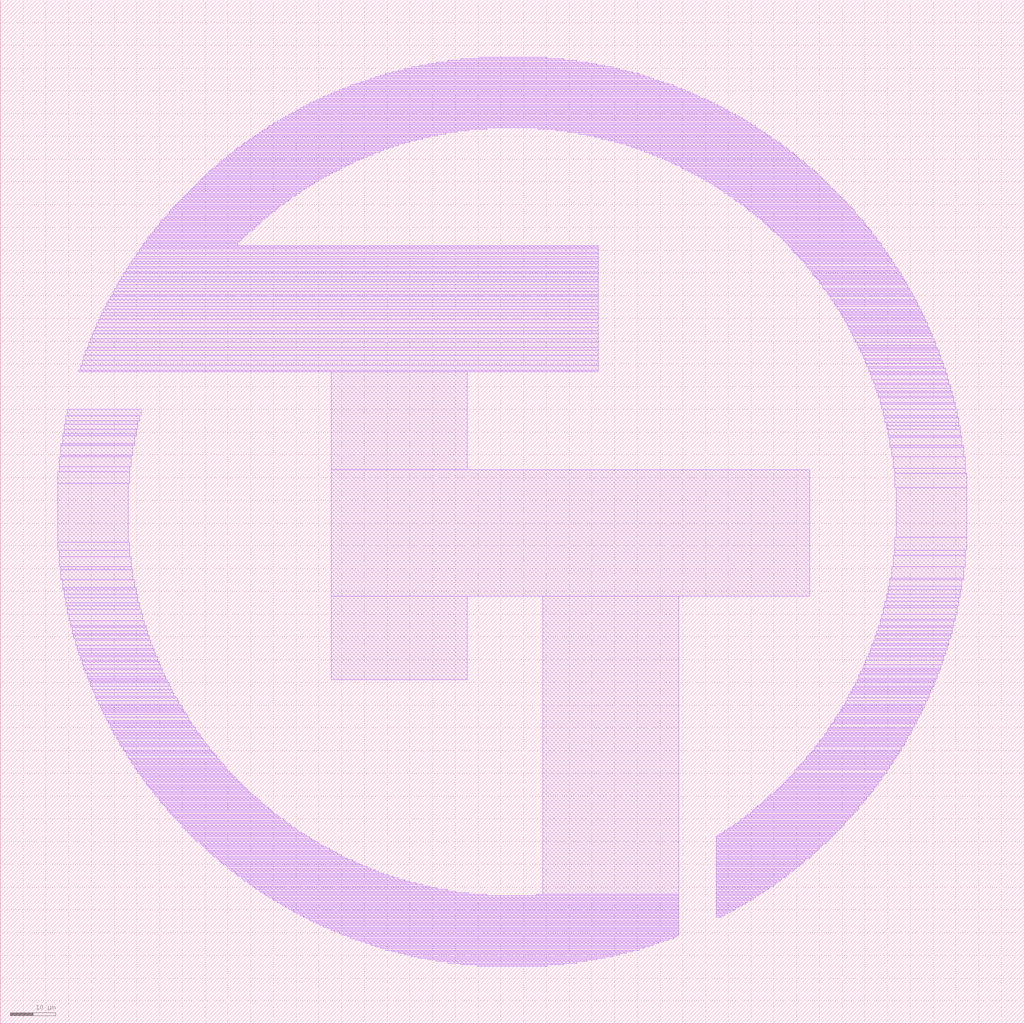
<source format=lef>
VERSION 5.7 ;
  NOWIREEXTENSIONATPIN ON ;
  DIVIDERCHAR "/" ;
  BUSBITCHARS "[]" ;
MACRO tt_logo
  CLASS BLOCK ;
  FOREIGN tt_logo ;
  ORIGIN 0.000 0.000 ;
  SIZE 225.000 BY 225.000 ;
  OBS
      LAYER Metal5 ;
        RECT 105.120 212.040 120.240 212.400 ;
        RECT 101.160 211.680 123.840 212.040 ;
        RECT 98.280 211.320 126.720 211.680 ;
        RECT 95.760 210.960 129.240 211.320 ;
        RECT 93.960 210.600 131.040 210.960 ;
        RECT 92.160 210.240 132.840 210.600 ;
        RECT 90.360 209.880 134.640 210.240 ;
        RECT 88.920 209.520 136.080 209.880 ;
        RECT 87.480 209.160 137.520 209.520 ;
        RECT 86.040 208.800 138.960 209.160 ;
        RECT 84.600 208.440 140.400 208.800 ;
        RECT 83.520 208.080 141.480 208.440 ;
        RECT 82.440 207.720 142.560 208.080 ;
        RECT 81.360 207.360 143.640 207.720 ;
        RECT 80.280 207.000 144.720 207.360 ;
        RECT 79.200 206.640 145.800 207.000 ;
        RECT 78.120 206.280 146.880 206.640 ;
        RECT 77.040 205.920 147.960 206.280 ;
        RECT 76.320 205.560 148.680 205.920 ;
        RECT 75.240 205.200 149.760 205.560 ;
        RECT 74.520 204.840 150.480 205.200 ;
        RECT 73.440 204.480 151.560 204.840 ;
        RECT 72.720 204.120 152.280 204.480 ;
        RECT 72.000 203.760 153.000 204.120 ;
        RECT 70.920 203.400 153.720 203.760 ;
        RECT 70.200 203.040 154.800 203.400 ;
        RECT 69.480 202.680 155.520 203.040 ;
        RECT 68.760 202.320 156.240 202.680 ;
        RECT 68.040 201.960 156.960 202.320 ;
        RECT 67.320 201.600 157.680 201.960 ;
        RECT 66.600 201.240 158.400 201.600 ;
        RECT 65.880 200.880 159.120 201.240 ;
        RECT 65.160 200.520 159.840 200.880 ;
        RECT 64.800 200.160 160.200 200.520 ;
        RECT 64.080 199.800 160.920 200.160 ;
        RECT 63.360 199.440 161.640 199.800 ;
        RECT 62.640 199.080 162.360 199.440 ;
        RECT 61.920 198.720 163.080 199.080 ;
        RECT 61.560 198.360 163.440 198.720 ;
        RECT 60.840 198.000 164.160 198.360 ;
        RECT 60.120 197.640 164.880 198.000 ;
        RECT 59.760 197.280 165.240 197.640 ;
        RECT 59.040 196.920 165.960 197.280 ;
        RECT 58.680 196.560 106.920 196.920 ;
        RECT 118.080 196.560 166.320 196.920 ;
        RECT 57.960 196.200 102.960 196.560 ;
        RECT 122.040 196.200 167.040 196.560 ;
        RECT 57.600 195.840 100.440 196.200 ;
        RECT 124.560 195.840 167.400 196.200 ;
        RECT 56.880 195.480 97.920 195.840 ;
        RECT 127.080 195.480 168.120 195.840 ;
        RECT 56.520 195.120 96.120 195.480 ;
        RECT 128.880 195.120 168.480 195.480 ;
        RECT 55.800 194.760 94.320 195.120 ;
        RECT 130.680 194.760 169.200 195.120 ;
        RECT 55.440 194.400 92.880 194.760 ;
        RECT 132.120 194.400 169.560 194.760 ;
        RECT 54.720 194.040 91.440 194.400 ;
        RECT 133.560 194.040 170.280 194.400 ;
        RECT 54.360 193.680 90.000 194.040 ;
        RECT 135.000 193.680 170.640 194.040 ;
        RECT 53.640 193.320 88.920 193.680 ;
        RECT 136.080 193.320 171.360 193.680 ;
        RECT 53.280 192.960 87.480 193.320 ;
        RECT 137.520 192.960 171.720 193.320 ;
        RECT 52.920 192.600 86.400 192.960 ;
        RECT 138.600 192.600 172.080 192.960 ;
        RECT 52.200 192.240 85.320 192.600 ;
        RECT 139.680 192.240 172.800 192.600 ;
        RECT 51.840 191.880 84.240 192.240 ;
        RECT 140.760 191.880 173.160 192.240 ;
        RECT 51.480 191.520 83.520 191.880 ;
        RECT 141.480 191.520 173.520 191.880 ;
        RECT 51.120 191.160 82.440 191.520 ;
        RECT 142.560 191.160 174.240 191.520 ;
        RECT 50.400 190.800 81.720 191.160 ;
        RECT 143.280 190.800 174.600 191.160 ;
        RECT 50.040 190.440 80.640 190.800 ;
        RECT 144.360 190.440 174.960 190.800 ;
        RECT 49.680 190.080 79.920 190.440 ;
        RECT 145.440 190.080 175.320 190.440 ;
        RECT 48.960 189.720 78.840 190.080 ;
        RECT 146.160 189.720 175.680 190.080 ;
        RECT 48.600 189.360 78.120 189.720 ;
        RECT 146.880 189.360 176.400 189.720 ;
        RECT 48.240 189.000 77.400 189.360 ;
        RECT 147.600 189.000 176.760 189.360 ;
        RECT 47.880 188.640 76.680 189.000 ;
        RECT 148.320 188.640 177.120 189.000 ;
        RECT 47.520 188.280 75.960 188.640 ;
        RECT 149.400 188.280 177.480 188.640 ;
        RECT 47.160 187.920 74.880 188.280 ;
        RECT 149.760 187.920 177.840 188.280 ;
        RECT 46.440 187.560 74.520 187.920 ;
        RECT 150.480 187.560 178.560 187.920 ;
        RECT 46.080 187.200 73.800 187.560 ;
        RECT 151.200 187.200 178.920 187.560 ;
        RECT 45.720 186.840 73.080 187.200 ;
        RECT 151.920 186.840 179.280 187.200 ;
        RECT 45.360 186.480 72.360 186.840 ;
        RECT 152.640 186.480 179.640 186.840 ;
        RECT 45.000 186.120 71.640 186.480 ;
        RECT 153.360 186.120 180.000 186.480 ;
        RECT 44.640 185.760 70.920 186.120 ;
        RECT 154.080 185.760 180.360 186.120 ;
        RECT 44.280 185.400 70.560 185.760 ;
        RECT 154.440 185.400 180.720 185.760 ;
        RECT 43.920 185.040 69.840 185.400 ;
        RECT 155.160 185.040 181.080 185.400 ;
        RECT 43.560 184.680 69.120 185.040 ;
        RECT 155.880 184.680 181.440 185.040 ;
        RECT 43.200 184.320 68.760 184.680 ;
        RECT 156.600 184.320 181.800 184.680 ;
        RECT 42.840 183.960 68.040 184.320 ;
        RECT 156.960 183.960 182.160 184.320 ;
        RECT 42.480 183.600 67.320 183.960 ;
        RECT 157.680 183.600 182.520 183.960 ;
        RECT 42.120 183.240 66.960 183.600 ;
        RECT 158.040 183.240 182.880 183.600 ;
        RECT 41.760 182.880 66.240 183.240 ;
        RECT 158.760 182.880 183.240 183.240 ;
        RECT 41.400 182.520 65.880 182.880 ;
        RECT 159.120 182.520 183.600 182.880 ;
        RECT 41.040 182.160 65.160 182.520 ;
        RECT 159.840 182.160 183.960 182.520 ;
        RECT 40.680 181.800 64.800 182.160 ;
        RECT 160.200 181.800 184.320 182.160 ;
        RECT 40.320 181.440 64.080 181.800 ;
        RECT 160.920 181.440 184.680 181.800 ;
        RECT 39.960 181.080 63.720 181.440 ;
        RECT 161.280 181.080 185.040 181.440 ;
        RECT 39.600 180.720 63.360 181.080 ;
        RECT 161.640 180.720 185.400 181.080 ;
        RECT 39.240 180.360 62.640 180.720 ;
        RECT 162.360 180.360 185.760 180.720 ;
        RECT 38.880 180.000 62.280 180.360 ;
        RECT 162.720 180.000 186.120 180.360 ;
        RECT 38.520 179.640 61.560 180.000 ;
        RECT 163.440 179.640 186.480 180.000 ;
        RECT 38.160 179.280 61.200 179.640 ;
        RECT 163.800 179.280 186.840 179.640 ;
        RECT 37.800 178.920 60.840 179.280 ;
        RECT 164.160 178.920 187.200 179.280 ;
        RECT 37.440 178.560 60.480 178.920 ;
        RECT 164.520 178.560 187.560 178.920 ;
        RECT 37.080 178.200 59.760 178.560 ;
        RECT 165.240 178.200 187.920 178.560 ;
        RECT 37.080 177.840 59.400 178.200 ;
        RECT 165.600 177.840 187.920 178.200 ;
        RECT 36.720 177.480 59.040 177.840 ;
        RECT 165.960 177.480 188.280 177.840 ;
        RECT 36.360 177.120 58.680 177.480 ;
        RECT 166.320 177.120 188.640 177.480 ;
        RECT 36.000 176.760 57.960 177.120 ;
        RECT 167.040 176.760 189.000 177.120 ;
        RECT 35.640 176.400 57.600 176.760 ;
        RECT 167.400 176.400 189.360 176.760 ;
        RECT 35.280 176.040 57.240 176.400 ;
        RECT 167.760 176.040 189.720 176.400 ;
        RECT 34.920 175.680 56.880 176.040 ;
        RECT 168.120 175.680 190.080 176.040 ;
        RECT 34.920 175.320 56.520 175.680 ;
        RECT 168.480 175.320 190.080 175.680 ;
        RECT 34.560 174.960 56.160 175.320 ;
        RECT 168.840 174.960 190.440 175.320 ;
        RECT 34.200 174.600 55.800 174.960 ;
        RECT 169.200 174.600 190.800 174.960 ;
        RECT 33.840 174.240 55.440 174.600 ;
        RECT 169.560 174.240 191.160 174.600 ;
        RECT 33.840 173.880 54.720 174.240 ;
        RECT 169.920 173.880 191.520 174.240 ;
        RECT 33.480 173.520 54.360 173.880 ;
        RECT 170.640 173.520 191.520 173.880 ;
        RECT 33.120 173.160 54.000 173.520 ;
        RECT 171.000 173.160 191.880 173.520 ;
        RECT 32.760 172.800 53.640 173.160 ;
        RECT 171.360 172.800 192.240 173.160 ;
        RECT 32.400 172.440 53.280 172.800 ;
        RECT 171.720 172.440 192.600 172.800 ;
        RECT 32.400 172.080 52.920 172.440 ;
        RECT 172.080 172.080 192.600 172.440 ;
        RECT 32.040 171.720 52.560 172.080 ;
        RECT 172.440 171.720 192.960 172.080 ;
        RECT 31.680 171.360 52.200 171.720 ;
        RECT 172.800 171.360 193.320 171.720 ;
        RECT 31.320 171.000 52.200 171.360 ;
        RECT 173.160 171.000 193.680 171.360 ;
        RECT 31.320 170.640 131.400 171.000 ;
        RECT 173.520 170.640 193.680 171.000 ;
        RECT 30.960 170.280 131.400 170.640 ;
        RECT 30.600 169.560 131.400 170.280 ;
        RECT 173.880 170.280 194.040 170.640 ;
        RECT 173.880 169.920 194.400 170.280 ;
        RECT 174.240 169.560 194.400 169.920 ;
        RECT 30.240 169.200 131.400 169.560 ;
        RECT 174.600 169.200 194.760 169.560 ;
        RECT 29.880 168.480 131.400 169.200 ;
        RECT 174.960 168.840 195.120 169.200 ;
        RECT 175.320 168.480 195.120 168.840 ;
        RECT 29.520 168.120 131.400 168.480 ;
        RECT 175.680 168.120 195.480 168.480 ;
        RECT 29.160 167.400 131.400 168.120 ;
        RECT 176.040 167.760 195.840 168.120 ;
        RECT 176.400 167.400 195.840 167.760 ;
        RECT 28.800 167.040 131.400 167.400 ;
        RECT 176.760 167.040 196.200 167.400 ;
        RECT 28.440 166.320 131.400 167.040 ;
        RECT 177.120 166.320 196.560 167.040 ;
        RECT 28.080 165.960 131.400 166.320 ;
        RECT 177.480 165.960 196.920 166.320 ;
        RECT 27.720 165.240 131.400 165.960 ;
        RECT 177.840 165.600 197.280 165.960 ;
        RECT 178.200 165.240 197.280 165.600 ;
        RECT 27.360 164.880 131.400 165.240 ;
        RECT 27.000 164.160 131.400 164.880 ;
        RECT 178.560 164.880 197.640 165.240 ;
        RECT 178.560 164.520 198.000 164.880 ;
        RECT 178.920 164.160 198.000 164.520 ;
        RECT 26.640 163.440 131.400 164.160 ;
        RECT 179.280 163.800 198.360 164.160 ;
        RECT 179.640 163.440 198.360 163.800 ;
        RECT 26.280 163.080 131.400 163.440 ;
        RECT 25.920 162.360 131.400 163.080 ;
        RECT 180.000 163.080 198.720 163.440 ;
        RECT 180.000 162.720 199.080 163.080 ;
        RECT 180.360 162.360 199.080 162.720 ;
        RECT 25.560 161.640 131.400 162.360 ;
        RECT 180.720 161.640 199.440 162.360 ;
        RECT 25.200 160.920 131.400 161.640 ;
        RECT 181.080 161.280 199.800 161.640 ;
        RECT 181.440 160.920 199.800 161.280 ;
        RECT 24.840 160.200 131.400 160.920 ;
        RECT 181.800 160.560 200.160 160.920 ;
        RECT 181.800 160.200 200.520 160.560 ;
        RECT 24.480 159.840 131.400 160.200 ;
        RECT 182.160 159.840 200.520 160.200 ;
        RECT 24.120 159.120 131.400 159.840 ;
        RECT 182.520 159.120 200.880 159.840 ;
        RECT 23.760 158.400 131.400 159.120 ;
        RECT 182.880 158.760 201.240 159.120 ;
        RECT 23.400 157.680 131.400 158.400 ;
        RECT 183.240 158.400 201.240 158.760 ;
        RECT 183.240 158.040 201.600 158.400 ;
        RECT 183.600 157.680 201.600 158.040 ;
        RECT 23.040 156.960 131.400 157.680 ;
        RECT 183.960 156.960 201.960 157.680 ;
        RECT 22.680 156.240 131.400 156.960 ;
        RECT 184.320 156.600 202.320 156.960 ;
        RECT 22.320 155.520 131.400 156.240 ;
        RECT 184.680 156.240 202.320 156.600 ;
        RECT 184.680 155.880 202.680 156.240 ;
        RECT 21.960 154.800 131.400 155.520 ;
        RECT 185.040 155.520 202.680 155.880 ;
        RECT 185.040 155.160 203.040 155.520 ;
        RECT 21.600 154.080 131.400 154.800 ;
        RECT 185.400 154.800 203.040 155.160 ;
        RECT 185.400 154.440 203.400 154.800 ;
        RECT 185.760 154.080 203.400 154.440 ;
        RECT 21.240 153.000 131.400 154.080 ;
        RECT 186.120 153.360 203.760 154.080 ;
        RECT 20.880 152.280 131.400 153.000 ;
        RECT 186.480 153.000 203.760 153.360 ;
        RECT 186.480 152.640 204.120 153.000 ;
        RECT 20.520 151.560 131.400 152.280 ;
        RECT 186.840 152.280 204.120 152.640 ;
        RECT 186.840 151.920 204.480 152.280 ;
        RECT 20.160 150.480 131.400 151.560 ;
        RECT 187.200 151.560 204.480 151.920 ;
        RECT 187.200 151.200 204.840 151.560 ;
        RECT 187.560 150.480 204.840 151.200 ;
        RECT 19.800 149.760 131.400 150.480 ;
        RECT 187.920 149.760 205.200 150.480 ;
        RECT 19.440 148.680 131.400 149.760 ;
        RECT 188.280 149.040 205.560 149.760 ;
        RECT 19.080 147.960 131.400 148.680 ;
        RECT 188.640 148.680 205.560 149.040 ;
        RECT 188.640 148.320 205.920 148.680 ;
        RECT 18.720 146.880 131.400 147.960 ;
        RECT 189.000 147.960 205.920 148.320 ;
        RECT 189.000 147.600 206.280 147.960 ;
        RECT 189.360 146.880 206.280 147.600 ;
        RECT 18.360 145.800 131.400 146.880 ;
        RECT 189.720 146.160 206.640 146.880 ;
        RECT 18.000 144.720 131.400 145.800 ;
        RECT 190.080 145.800 206.640 146.160 ;
        RECT 190.080 145.080 207.000 145.800 ;
        RECT 17.640 143.640 131.400 144.720 ;
        RECT 190.440 144.360 207.360 145.080 ;
        RECT 17.280 143.280 131.400 143.640 ;
        RECT 190.800 144.000 207.360 144.360 ;
        RECT 190.800 143.280 207.720 144.000 ;
        RECT 14.760 133.560 30.960 135.000 ;
        RECT 14.400 132.480 30.600 133.560 ;
        RECT 14.400 131.760 30.240 132.480 ;
        RECT 14.040 130.680 30.240 131.760 ;
        RECT 14.040 129.600 29.880 130.680 ;
        RECT 13.680 129.240 29.880 129.600 ;
        RECT 13.680 127.440 29.520 129.240 ;
        RECT 13.320 127.080 29.520 127.440 ;
        RECT 13.320 124.920 29.160 127.080 ;
        RECT 13.320 124.560 28.800 124.920 ;
        RECT 12.960 122.400 28.800 124.560 ;
        RECT 12.960 121.320 28.440 122.400 ;
        RECT 12.600 118.800 28.440 121.320 ;
        RECT 72.720 121.680 102.600 143.280 ;
        RECT 191.160 142.920 207.720 143.280 ;
        RECT 191.160 142.560 208.080 142.920 ;
        RECT 191.520 141.480 208.080 142.560 ;
        RECT 191.880 140.760 208.440 141.480 ;
        RECT 192.240 140.400 208.440 140.760 ;
        RECT 192.240 139.680 208.800 140.400 ;
        RECT 192.600 138.960 208.800 139.680 ;
        RECT 192.600 138.600 209.160 138.960 ;
        RECT 192.960 137.880 209.160 138.600 ;
        RECT 192.960 137.520 209.520 137.880 ;
        RECT 193.320 136.440 209.520 137.520 ;
        RECT 193.320 136.080 209.880 136.440 ;
        RECT 193.680 135.000 209.880 136.080 ;
        RECT 194.040 133.560 210.240 135.000 ;
        RECT 194.400 133.200 210.240 133.560 ;
        RECT 194.400 132.120 210.600 133.200 ;
        RECT 194.760 131.400 210.600 132.120 ;
        RECT 194.760 130.680 210.960 131.400 ;
        RECT 195.120 129.240 210.960 130.680 ;
        RECT 195.120 128.880 211.320 129.240 ;
        RECT 195.480 127.080 211.320 128.880 ;
        RECT 195.480 126.720 211.680 127.080 ;
        RECT 195.840 124.560 211.680 126.720 ;
        RECT 196.200 122.040 212.040 124.560 ;
        RECT 12.600 105.840 28.080 118.800 ;
        RECT 12.600 104.040 28.440 105.840 ;
        RECT 12.960 102.600 28.440 104.040 ;
        RECT 12.960 100.440 28.800 102.600 ;
        RECT 13.320 99.720 28.800 100.440 ;
        RECT 13.320 97.560 29.160 99.720 ;
        RECT 13.680 95.760 29.520 97.560 ;
        RECT 13.680 95.400 29.880 95.760 ;
        RECT 14.040 94.320 29.880 95.400 ;
        RECT 14.040 93.600 30.240 94.320 ;
        RECT 14.400 92.520 30.240 93.600 ;
        RECT 72.720 93.960 177.840 121.680 ;
        RECT 196.560 120.960 212.040 122.040 ;
        RECT 196.560 117.720 212.400 120.960 ;
        RECT 196.920 106.920 212.400 117.720 ;
        RECT 196.560 104.040 212.400 106.920 ;
        RECT 196.560 102.960 212.040 104.040 ;
        RECT 196.200 100.440 212.040 102.960 ;
        RECT 195.840 97.920 211.680 100.440 ;
        RECT 195.480 97.560 211.680 97.920 ;
        RECT 195.480 96.120 211.320 97.560 ;
        RECT 195.120 95.400 211.320 96.120 ;
        RECT 195.120 94.320 210.960 95.400 ;
        RECT 14.400 91.800 30.600 92.520 ;
        RECT 14.760 91.080 30.600 91.800 ;
        RECT 14.760 90.000 30.960 91.080 ;
        RECT 15.120 88.560 31.320 90.000 ;
        RECT 15.480 87.480 31.680 88.560 ;
        RECT 15.480 87.120 32.040 87.480 ;
        RECT 15.840 86.400 32.040 87.120 ;
        RECT 15.840 85.680 32.400 86.400 ;
        RECT 16.200 85.320 32.400 85.680 ;
        RECT 16.200 84.600 32.760 85.320 ;
        RECT 16.560 84.240 32.760 84.600 ;
        RECT 16.560 83.160 33.120 84.240 ;
        RECT 16.920 82.440 33.480 83.160 ;
        RECT 16.920 82.080 33.840 82.440 ;
        RECT 17.280 81.360 33.840 82.080 ;
        RECT 17.280 81.000 34.200 81.360 ;
        RECT 17.640 80.640 34.200 81.000 ;
        RECT 17.640 79.920 34.560 80.640 ;
        RECT 18.000 79.560 34.560 79.920 ;
        RECT 18.000 78.840 34.920 79.560 ;
        RECT 18.360 78.120 35.280 78.840 ;
        RECT 18.360 77.760 35.640 78.120 ;
        RECT 18.720 77.040 35.640 77.760 ;
        RECT 19.080 76.320 36.000 77.040 ;
        RECT 19.080 75.960 36.360 76.320 ;
        RECT 19.440 75.600 36.360 75.960 ;
        RECT 72.720 75.600 102.600 93.960 ;
        RECT 19.440 75.240 36.720 75.600 ;
        RECT 19.800 74.880 36.720 75.240 ;
        RECT 19.800 74.160 37.080 74.880 ;
        RECT 20.160 73.440 37.440 74.160 ;
        RECT 20.520 72.720 37.800 73.440 ;
        RECT 20.880 72.000 38.160 72.720 ;
        RECT 20.880 71.640 38.520 72.000 ;
        RECT 21.240 70.920 38.880 71.640 ;
        RECT 21.600 70.200 39.240 70.920 ;
        RECT 21.960 69.840 39.600 70.200 ;
        RECT 21.960 69.480 39.960 69.840 ;
        RECT 22.320 69.120 39.960 69.480 ;
        RECT 22.320 68.760 40.320 69.120 ;
        RECT 22.680 68.400 40.320 68.760 ;
        RECT 22.680 68.040 40.680 68.400 ;
        RECT 23.040 67.320 41.040 68.040 ;
        RECT 23.400 66.600 41.400 67.320 ;
        RECT 23.760 66.240 41.760 66.600 ;
        RECT 23.760 65.880 42.120 66.240 ;
        RECT 24.120 65.520 42.120 65.880 ;
        RECT 24.120 65.160 42.480 65.520 ;
        RECT 24.480 64.440 42.840 65.160 ;
        RECT 24.840 64.080 43.200 64.440 ;
        RECT 24.840 63.720 43.560 64.080 ;
        RECT 25.200 63.360 43.920 63.720 ;
        RECT 25.560 63.000 43.920 63.360 ;
        RECT 25.560 62.640 44.280 63.000 ;
        RECT 25.920 61.920 44.640 62.640 ;
        RECT 26.280 61.560 45.000 61.920 ;
        RECT 26.280 61.200 45.360 61.560 ;
        RECT 26.640 60.840 45.720 61.200 ;
        RECT 27.000 60.120 46.080 60.840 ;
        RECT 27.360 59.760 46.440 60.120 ;
        RECT 27.720 59.400 46.800 59.760 ;
        RECT 27.720 59.040 47.160 59.400 ;
        RECT 28.080 58.320 47.520 59.040 ;
        RECT 28.440 57.960 47.880 58.320 ;
        RECT 28.800 57.600 48.240 57.960 ;
        RECT 28.800 57.240 48.600 57.600 ;
        RECT 29.160 56.880 48.960 57.240 ;
        RECT 29.520 56.520 49.320 56.880 ;
        RECT 29.520 56.160 49.680 56.520 ;
        RECT 29.880 55.800 49.680 56.160 ;
        RECT 30.240 55.440 50.040 55.800 ;
        RECT 30.240 55.080 50.400 55.440 ;
        RECT 30.600 54.720 50.760 55.080 ;
        RECT 30.960 54.360 51.120 54.720 ;
        RECT 31.320 54.000 51.480 54.360 ;
        RECT 31.320 53.640 51.840 54.000 ;
        RECT 31.680 53.280 52.200 53.640 ;
        RECT 32.040 52.920 52.560 53.280 ;
        RECT 32.040 52.560 52.920 52.920 ;
        RECT 32.400 52.200 53.280 52.560 ;
        RECT 32.760 51.840 53.640 52.200 ;
        RECT 33.120 51.480 54.000 51.840 ;
        RECT 33.480 51.120 54.360 51.480 ;
        RECT 33.480 50.760 54.720 51.120 ;
        RECT 33.840 50.400 55.080 50.760 ;
        RECT 34.200 50.040 55.440 50.400 ;
        RECT 34.560 49.680 56.160 50.040 ;
        RECT 34.920 49.320 56.520 49.680 ;
        RECT 34.920 48.960 56.880 49.320 ;
        RECT 35.280 48.600 57.240 48.960 ;
        RECT 35.640 48.240 57.600 48.600 ;
        RECT 36.000 47.880 57.960 48.240 ;
        RECT 36.360 47.520 58.320 47.880 ;
        RECT 36.720 47.160 59.040 47.520 ;
        RECT 36.720 46.800 59.400 47.160 ;
        RECT 37.080 46.440 59.760 46.800 ;
        RECT 37.440 46.080 60.120 46.440 ;
        RECT 37.800 45.720 60.840 46.080 ;
        RECT 38.160 45.360 61.200 45.720 ;
        RECT 38.520 45.000 61.560 45.360 ;
        RECT 38.880 44.640 62.280 45.000 ;
        RECT 39.240 44.280 62.640 44.640 ;
        RECT 39.600 43.920 63.000 44.280 ;
        RECT 39.960 43.560 63.720 43.920 ;
        RECT 39.960 43.200 64.080 43.560 ;
        RECT 40.320 42.840 64.800 43.200 ;
        RECT 40.680 42.480 65.160 42.840 ;
        RECT 41.040 42.120 65.520 42.480 ;
        RECT 41.400 41.760 66.240 42.120 ;
        RECT 41.760 41.400 66.960 41.760 ;
        RECT 42.120 41.040 67.320 41.400 ;
        RECT 42.480 40.680 68.040 41.040 ;
        RECT 42.840 40.320 68.400 40.680 ;
        RECT 43.200 39.960 69.120 40.320 ;
        RECT 43.920 39.600 69.840 39.960 ;
        RECT 44.280 39.240 70.200 39.600 ;
        RECT 44.640 38.880 70.920 39.240 ;
        RECT 45.000 38.520 71.640 38.880 ;
        RECT 45.360 38.160 72.360 38.520 ;
        RECT 45.720 37.800 73.080 38.160 ;
        RECT 46.080 37.440 73.800 37.800 ;
        RECT 46.440 37.080 74.160 37.440 ;
        RECT 46.800 36.720 74.880 37.080 ;
        RECT 47.520 36.360 75.600 36.720 ;
        RECT 47.880 36.000 76.320 36.360 ;
        RECT 48.240 35.640 77.400 36.000 ;
        RECT 48.600 35.280 78.120 35.640 ;
        RECT 48.960 34.920 78.840 35.280 ;
        RECT 49.680 34.560 79.560 34.920 ;
        RECT 50.040 34.200 80.640 34.560 ;
        RECT 50.400 33.840 81.360 34.200 ;
        RECT 50.760 33.480 82.440 33.840 ;
        RECT 51.480 33.120 83.160 33.480 ;
        RECT 51.840 32.760 84.240 33.120 ;
        RECT 52.200 32.400 85.320 32.760 ;
        RECT 52.920 32.040 86.400 32.400 ;
        RECT 53.280 31.680 87.480 32.040 ;
        RECT 53.640 31.320 88.920 31.680 ;
        RECT 54.360 30.960 90.000 31.320 ;
        RECT 54.720 30.600 91.440 30.960 ;
        RECT 55.440 30.240 92.880 30.600 ;
        RECT 55.800 29.880 94.320 30.240 ;
        RECT 56.160 29.520 96.120 29.880 ;
        RECT 56.880 29.160 98.280 29.520 ;
        RECT 57.240 28.800 100.080 29.160 ;
        RECT 57.960 28.440 102.960 28.800 ;
        RECT 119.160 28.440 149.040 93.960 ;
        RECT 194.760 93.600 210.960 94.320 ;
        RECT 194.760 92.880 210.600 93.600 ;
        RECT 194.400 91.800 210.600 92.880 ;
        RECT 194.400 91.440 210.240 91.800 ;
        RECT 194.040 90.000 210.240 91.440 ;
        RECT 193.680 88.920 209.880 90.000 ;
        RECT 193.320 88.560 209.880 88.920 ;
        RECT 193.320 87.480 209.520 88.560 ;
        RECT 192.960 87.120 209.520 87.480 ;
        RECT 192.960 86.400 209.160 87.120 ;
        RECT 192.600 85.680 209.160 86.400 ;
        RECT 192.600 85.320 208.800 85.680 ;
        RECT 192.240 84.600 208.800 85.320 ;
        RECT 192.240 84.240 208.440 84.600 ;
        RECT 191.880 83.520 208.440 84.240 ;
        RECT 191.520 83.160 208.440 83.520 ;
        RECT 191.520 82.440 208.080 83.160 ;
        RECT 191.160 82.080 208.080 82.440 ;
        RECT 191.160 81.360 207.720 82.080 ;
        RECT 190.800 81.000 207.720 81.360 ;
        RECT 190.800 80.640 207.360 81.000 ;
        RECT 190.440 79.920 207.360 80.640 ;
        RECT 190.080 78.840 207.000 79.920 ;
        RECT 189.720 78.120 206.640 78.840 ;
        RECT 189.360 77.760 206.640 78.120 ;
        RECT 189.360 77.400 206.280 77.760 ;
        RECT 189.000 77.040 206.280 77.400 ;
        RECT 189.000 76.680 205.920 77.040 ;
        RECT 188.640 75.960 205.920 76.680 ;
        RECT 188.640 75.600 205.560 75.960 ;
        RECT 188.280 75.240 205.560 75.600 ;
        RECT 188.280 74.880 205.200 75.240 ;
        RECT 187.920 74.160 205.200 74.880 ;
        RECT 187.560 73.800 204.840 74.160 ;
        RECT 187.200 73.440 204.840 73.800 ;
        RECT 187.200 73.080 204.480 73.440 ;
        RECT 186.840 72.720 204.480 73.080 ;
        RECT 186.840 72.360 204.120 72.720 ;
        RECT 186.480 71.640 204.120 72.360 ;
        RECT 186.120 70.920 203.760 71.640 ;
        RECT 185.760 70.200 203.400 70.920 ;
        RECT 185.400 69.840 203.040 70.200 ;
        RECT 185.040 69.480 203.040 69.840 ;
        RECT 185.040 69.120 202.680 69.480 ;
        RECT 184.680 68.760 202.680 69.120 ;
        RECT 184.680 68.400 202.320 68.760 ;
        RECT 184.320 68.040 202.320 68.400 ;
        RECT 183.960 67.320 201.960 68.040 ;
        RECT 183.600 66.960 201.600 67.320 ;
        RECT 183.240 66.600 201.600 66.960 ;
        RECT 183.240 66.240 201.240 66.600 ;
        RECT 182.880 65.880 201.240 66.240 ;
        RECT 182.520 65.160 200.880 65.880 ;
        RECT 182.160 64.800 200.520 65.160 ;
        RECT 181.800 64.440 200.520 64.800 ;
        RECT 181.800 64.080 200.160 64.440 ;
        RECT 181.440 63.720 200.160 64.080 ;
        RECT 181.080 63.360 199.800 63.720 ;
        RECT 181.080 63.000 199.440 63.360 ;
        RECT 180.720 62.640 199.440 63.000 ;
        RECT 180.360 62.280 199.080 62.640 ;
        RECT 180.000 61.920 199.080 62.280 ;
        RECT 180.000 61.560 198.720 61.920 ;
        RECT 179.640 61.200 198.720 61.560 ;
        RECT 179.280 60.840 198.360 61.200 ;
        RECT 178.920 60.120 198.000 60.840 ;
        RECT 178.560 59.760 197.640 60.120 ;
        RECT 178.200 59.400 197.640 59.760 ;
        RECT 177.840 59.040 197.280 59.400 ;
        RECT 177.480 58.680 196.920 59.040 ;
        RECT 177.120 58.320 196.920 58.680 ;
        RECT 177.120 57.960 196.560 58.320 ;
        RECT 176.760 57.600 196.200 57.960 ;
        RECT 176.400 57.240 196.200 57.600 ;
        RECT 176.040 56.880 195.840 57.240 ;
        RECT 175.680 56.520 195.480 56.880 ;
        RECT 175.320 56.160 195.480 56.520 ;
        RECT 174.960 55.800 195.120 56.160 ;
        RECT 174.600 55.080 194.760 55.800 ;
        RECT 174.240 54.720 194.400 55.080 ;
        RECT 173.880 54.360 194.040 54.720 ;
        RECT 173.520 54.000 193.680 54.360 ;
        RECT 173.160 53.640 193.680 54.000 ;
        RECT 172.800 53.280 193.320 53.640 ;
        RECT 172.440 52.920 192.960 53.280 ;
        RECT 172.080 52.560 192.960 52.920 ;
        RECT 171.720 52.200 192.600 52.560 ;
        RECT 171.360 51.840 192.240 52.200 ;
        RECT 171.000 51.480 191.880 51.840 ;
        RECT 170.640 51.120 191.880 51.480 ;
        RECT 170.280 50.760 191.520 51.120 ;
        RECT 169.920 50.400 191.160 50.760 ;
        RECT 169.200 50.040 190.800 50.400 ;
        RECT 168.840 49.680 190.440 50.040 ;
        RECT 168.480 49.320 190.440 49.680 ;
        RECT 168.120 48.960 190.080 49.320 ;
        RECT 167.760 48.600 189.720 48.960 ;
        RECT 167.400 48.240 189.360 48.600 ;
        RECT 167.040 47.880 189.000 48.240 ;
        RECT 166.320 47.520 188.640 47.880 ;
        RECT 165.960 47.160 188.640 47.520 ;
        RECT 165.600 46.800 188.280 47.160 ;
        RECT 165.240 46.440 187.920 46.800 ;
        RECT 164.880 46.080 187.560 46.440 ;
        RECT 164.160 45.720 187.200 46.080 ;
        RECT 163.800 45.360 186.840 45.720 ;
        RECT 163.440 45.000 186.480 45.360 ;
        RECT 162.720 44.640 186.120 45.000 ;
        RECT 162.360 44.280 185.760 44.640 ;
        RECT 162.000 43.920 185.400 44.280 ;
        RECT 161.280 43.560 185.400 43.920 ;
        RECT 160.920 43.200 185.040 43.560 ;
        RECT 160.200 42.840 184.680 43.200 ;
        RECT 159.840 42.480 184.320 42.840 ;
        RECT 159.120 42.120 183.960 42.480 ;
        RECT 158.760 41.760 183.600 42.120 ;
        RECT 158.040 41.400 183.240 41.760 ;
        RECT 157.680 41.040 182.880 41.400 ;
        RECT 58.320 28.080 106.920 28.440 ;
        RECT 117.720 28.080 149.040 28.440 ;
        RECT 59.040 27.720 149.040 28.080 ;
        RECT 59.760 27.360 149.040 27.720 ;
        RECT 60.120 27.000 149.040 27.360 ;
        RECT 60.840 26.640 149.040 27.000 ;
        RECT 61.560 26.280 149.040 26.640 ;
        RECT 61.920 25.920 149.040 26.280 ;
        RECT 62.640 25.560 149.040 25.920 ;
        RECT 63.360 25.200 149.040 25.560 ;
        RECT 64.080 24.840 149.040 25.200 ;
        RECT 64.440 24.480 149.040 24.840 ;
        RECT 65.160 24.120 149.040 24.480 ;
        RECT 65.880 23.760 149.040 24.120 ;
        RECT 66.600 23.400 149.040 23.760 ;
        RECT 157.320 40.680 182.520 41.040 ;
        RECT 157.320 40.320 182.160 40.680 ;
        RECT 157.320 39.960 181.800 40.320 ;
        RECT 157.320 39.600 181.440 39.960 ;
        RECT 157.320 39.240 180.720 39.600 ;
        RECT 157.320 38.880 180.360 39.240 ;
        RECT 157.320 38.520 180.000 38.880 ;
        RECT 157.320 38.160 179.640 38.520 ;
        RECT 157.320 37.800 179.280 38.160 ;
        RECT 157.320 37.440 178.920 37.800 ;
        RECT 157.320 37.080 178.560 37.440 ;
        RECT 157.320 36.720 178.200 37.080 ;
        RECT 157.320 36.360 177.840 36.720 ;
        RECT 157.320 36.000 177.120 36.360 ;
        RECT 157.320 35.640 176.760 36.000 ;
        RECT 157.320 35.280 176.400 35.640 ;
        RECT 157.320 34.920 176.040 35.280 ;
        RECT 157.320 34.560 175.680 34.920 ;
        RECT 157.320 34.200 174.960 34.560 ;
        RECT 157.320 33.840 174.600 34.200 ;
        RECT 157.320 33.480 174.240 33.840 ;
        RECT 157.320 33.120 173.520 33.480 ;
        RECT 157.320 32.760 173.160 33.120 ;
        RECT 157.320 32.400 172.800 32.760 ;
        RECT 157.320 32.040 172.440 32.400 ;
        RECT 157.320 31.680 171.720 32.040 ;
        RECT 157.320 31.320 171.360 31.680 ;
        RECT 157.320 30.960 170.640 31.320 ;
        RECT 157.320 30.600 170.280 30.960 ;
        RECT 157.320 30.240 169.920 30.600 ;
        RECT 157.320 29.880 169.200 30.240 ;
        RECT 157.320 29.520 168.840 29.880 ;
        RECT 157.320 29.160 168.120 29.520 ;
        RECT 157.320 28.800 167.760 29.160 ;
        RECT 157.320 28.440 167.040 28.800 ;
        RECT 157.320 28.080 166.680 28.440 ;
        RECT 157.320 27.720 165.960 28.080 ;
        RECT 157.320 27.360 165.600 27.720 ;
        RECT 157.320 27.000 164.880 27.360 ;
        RECT 157.320 26.640 164.160 27.000 ;
        RECT 157.320 26.280 163.800 26.640 ;
        RECT 157.320 25.920 163.080 26.280 ;
        RECT 157.320 25.560 162.360 25.920 ;
        RECT 157.320 25.200 161.640 25.560 ;
        RECT 157.320 24.840 161.280 25.200 ;
        RECT 157.320 24.480 160.560 24.840 ;
        RECT 157.320 24.120 159.840 24.480 ;
        RECT 157.320 23.760 159.120 24.120 ;
        RECT 157.320 23.400 158.400 23.760 ;
        RECT 67.320 23.040 149.040 23.400 ;
        RECT 68.040 22.680 149.040 23.040 ;
        RECT 68.760 22.320 149.040 22.680 ;
        RECT 69.480 21.960 149.040 22.320 ;
        RECT 70.200 21.600 149.040 21.960 ;
        RECT 70.920 21.240 149.040 21.600 ;
        RECT 72.000 20.880 149.040 21.240 ;
        RECT 72.720 20.520 149.040 20.880 ;
        RECT 73.440 20.160 149.040 20.520 ;
        RECT 74.520 19.800 149.040 20.160 ;
        RECT 75.240 19.440 149.040 19.800 ;
        RECT 76.320 19.080 148.680 19.440 ;
        RECT 77.040 18.720 147.960 19.080 ;
        RECT 78.120 18.360 146.880 18.720 ;
        RECT 79.200 18.000 145.800 18.360 ;
        RECT 80.280 17.640 144.720 18.000 ;
        RECT 81.360 17.280 143.640 17.640 ;
        RECT 82.440 16.920 142.560 17.280 ;
        RECT 83.520 16.560 141.480 16.920 ;
        RECT 84.600 16.200 140.400 16.560 ;
        RECT 86.040 15.840 138.960 16.200 ;
        RECT 87.480 15.480 137.520 15.840 ;
        RECT 88.920 15.120 136.080 15.480 ;
        RECT 90.360 14.760 134.640 15.120 ;
        RECT 91.800 14.400 132.840 14.760 ;
        RECT 93.960 14.040 131.040 14.400 ;
        RECT 95.760 13.680 128.880 14.040 ;
        RECT 98.280 13.320 126.720 13.680 ;
        RECT 101.160 12.960 123.840 13.320 ;
        RECT 104.760 12.600 120.240 12.960 ;
  END
END tt_logo
END LIBRARY


</source>
